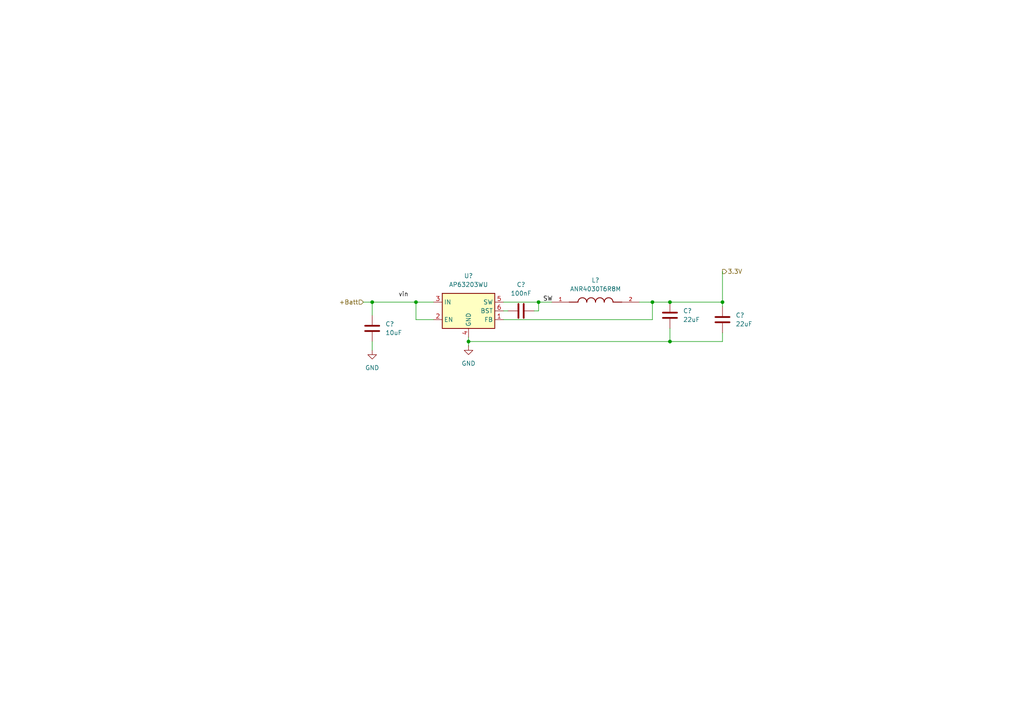
<source format=kicad_sch>
(kicad_sch
	(version 20250114)
	(generator "eeschema")
	(generator_version "9.0")
	(uuid "11ac1136-39fa-444b-98f1-f06ab7d10a44")
	(paper "A4")
	(lib_symbols
		(symbol "NR6028T4R7M:NR6028T4R7M"
			(pin_names
				(offset 1.016)
			)
			(exclude_from_sim no)
			(in_bom yes)
			(on_board yes)
			(property "Reference" "L"
				(at -5.08 2.54 0)
				(effects
					(font
						(size 1.27 1.27)
					)
					(justify left bottom)
				)
			)
			(property "Value" "NR6028T4R7M"
				(at -5.08 -2.54 0)
				(effects
					(font
						(size 1.27 1.27)
					)
					(justify left bottom)
				)
			)
			(property "Footprint" "NR6028T4R7M:IND_NR6028T4R7M"
				(at 0 0 0)
				(effects
					(font
						(size 1.27 1.27)
					)
					(justify bottom)
					(hide yes)
				)
			)
			(property "Datasheet" ""
				(at 0 0 0)
				(effects
					(font
						(size 1.27 1.27)
					)
					(hide yes)
				)
			)
			(property "Description" ""
				(at 0 0 0)
				(effects
					(font
						(size 1.27 1.27)
					)
					(hide yes)
				)
			)
			(property "MF" "Taiyo Yuden"
				(at 0 0 0)
				(effects
					(font
						(size 1.27 1.27)
					)
					(justify bottom)
					(hide yes)
				)
			)
			(property "Description_1" "4.7 µH Semi-Shielded Drum Core, Wirewound Inductor 3 A 40.3mOhm Max Nonstandard"
				(at 0 0 0)
				(effects
					(font
						(size 1.27 1.27)
					)
					(justify bottom)
					(hide yes)
				)
			)
			(property "Package" "Nonstandard Taiyo Yuden"
				(at 0 0 0)
				(effects
					(font
						(size 1.27 1.27)
					)
					(justify bottom)
					(hide yes)
				)
			)
			(property "Price" "None"
				(at 0 0 0)
				(effects
					(font
						(size 1.27 1.27)
					)
					(justify bottom)
					(hide yes)
				)
			)
			(property "Check_prices" "https://www.snapeda.com/parts/NR6028T4R7M/Taiyo+Yuden/view-part/?ref=eda"
				(at 0 0 0)
				(effects
					(font
						(size 1.27 1.27)
					)
					(justify bottom)
					(hide yes)
				)
			)
			(property "STANDARD" "Manufacturer Recommendation"
				(at 0 0 0)
				(effects
					(font
						(size 1.27 1.27)
					)
					(justify bottom)
					(hide yes)
				)
			)
			(property "SnapEDA_Link" "https://www.snapeda.com/parts/NR6028T4R7M/Taiyo+Yuden/view-part/?ref=snap"
				(at 0 0 0)
				(effects
					(font
						(size 1.27 1.27)
					)
					(justify bottom)
					(hide yes)
				)
			)
			(property "MP" "NR6028T4R7M"
				(at 0 0 0)
				(effects
					(font
						(size 1.27 1.27)
					)
					(justify bottom)
					(hide yes)
				)
			)
			(property "Availability" "In Stock"
				(at 0 0 0)
				(effects
					(font
						(size 1.27 1.27)
					)
					(justify bottom)
					(hide yes)
				)
			)
			(property "MANUFACTURER" "Taiyo Yuden"
				(at 0 0 0)
				(effects
					(font
						(size 1.27 1.27)
					)
					(justify bottom)
					(hide yes)
				)
			)
			(symbol "NR6028T4R7M_0_0"
				(polyline
					(pts
						(xy -5.08 0) (xy -7.62 0)
					)
					(stroke
						(width 0.254)
						(type default)
					)
					(fill
						(type none)
					)
				)
				(arc
					(start -5.08 0)
					(mid -3.81 1.2645)
					(end -2.54 0)
					(stroke
						(width 0.254)
						(type default)
					)
					(fill
						(type none)
					)
				)
				(arc
					(start -2.54 0)
					(mid -1.27 1.2645)
					(end 0 0)
					(stroke
						(width 0.254)
						(type default)
					)
					(fill
						(type none)
					)
				)
				(arc
					(start 0 0)
					(mid 1.27 1.2645)
					(end 2.54 0)
					(stroke
						(width 0.254)
						(type default)
					)
					(fill
						(type none)
					)
				)
				(arc
					(start 2.54 0)
					(mid 3.81 1.2645)
					(end 5.08 0)
					(stroke
						(width 0.254)
						(type default)
					)
					(fill
						(type none)
					)
				)
				(polyline
					(pts
						(xy 5.08 0) (xy 7.62 0)
					)
					(stroke
						(width 0.254)
						(type default)
					)
					(fill
						(type none)
					)
				)
				(pin passive line
					(at -12.7 0 0)
					(length 5.08)
					(name "~"
						(effects
							(font
								(size 1.016 1.016)
							)
						)
					)
					(number "1"
						(effects
							(font
								(size 1.016 1.016)
							)
						)
					)
				)
				(pin passive line
					(at 12.7 0 180)
					(length 5.08)
					(name "~"
						(effects
							(font
								(size 1.016 1.016)
							)
						)
					)
					(number "2"
						(effects
							(font
								(size 1.016 1.016)
							)
						)
					)
				)
			)
			(embedded_fonts no)
		)
		(symbol "PCM_Capacitor_AKL:C_0603"
			(pin_numbers
				(hide yes)
			)
			(pin_names
				(offset 0.254)
			)
			(exclude_from_sim no)
			(in_bom yes)
			(on_board yes)
			(property "Reference" "C"
				(at 0.635 2.54 0)
				(effects
					(font
						(size 1.27 1.27)
					)
					(justify left)
				)
			)
			(property "Value" "C_0603"
				(at 0.635 -2.54 0)
				(effects
					(font
						(size 1.27 1.27)
					)
					(justify left)
				)
			)
			(property "Footprint" "PCM_Capacitor_SMD_AKL:C_0603_1608Metric"
				(at 0.9652 -3.81 0)
				(effects
					(font
						(size 1.27 1.27)
					)
					(hide yes)
				)
			)
			(property "Datasheet" "~"
				(at 0 0 0)
				(effects
					(font
						(size 1.27 1.27)
					)
					(hide yes)
				)
			)
			(property "Description" "SMD 0603 MLCC capacitor, Alternate KiCad Library"
				(at 0 0 0)
				(effects
					(font
						(size 1.27 1.27)
					)
					(hide yes)
				)
			)
			(property "ki_keywords" "cap capacitor ceramic chip mlcc smd 0603"
				(at 0 0 0)
				(effects
					(font
						(size 1.27 1.27)
					)
					(hide yes)
				)
			)
			(property "ki_fp_filters" "C_*"
				(at 0 0 0)
				(effects
					(font
						(size 1.27 1.27)
					)
					(hide yes)
				)
			)
			(symbol "C_0603_0_1"
				(polyline
					(pts
						(xy -2.032 0.762) (xy 2.032 0.762)
					)
					(stroke
						(width 0.508)
						(type default)
					)
					(fill
						(type none)
					)
				)
				(polyline
					(pts
						(xy -2.032 -0.762) (xy 2.032 -0.762)
					)
					(stroke
						(width 0.508)
						(type default)
					)
					(fill
						(type none)
					)
				)
			)
			(symbol "C_0603_0_2"
				(polyline
					(pts
						(xy -2.54 -2.54) (xy -0.381 -0.381)
					)
					(stroke
						(width 0)
						(type default)
					)
					(fill
						(type none)
					)
				)
				(polyline
					(pts
						(xy -0.508 -0.508) (xy -1.651 0.635)
					)
					(stroke
						(width 0.508)
						(type default)
					)
					(fill
						(type none)
					)
				)
				(polyline
					(pts
						(xy -0.508 -0.508) (xy 0.635 -1.651)
					)
					(stroke
						(width 0.508)
						(type default)
					)
					(fill
						(type none)
					)
				)
				(polyline
					(pts
						(xy 0.381 0.381) (xy 2.54 2.54)
					)
					(stroke
						(width 0)
						(type default)
					)
					(fill
						(type none)
					)
				)
				(polyline
					(pts
						(xy 0.508 0.508) (xy -0.635 1.651)
					)
					(stroke
						(width 0.508)
						(type default)
					)
					(fill
						(type none)
					)
				)
				(polyline
					(pts
						(xy 0.508 0.508) (xy 1.651 -0.635)
					)
					(stroke
						(width 0.508)
						(type default)
					)
					(fill
						(type none)
					)
				)
			)
			(symbol "C_0603_1_1"
				(pin passive line
					(at 0 3.81 270)
					(length 2.794)
					(name "~"
						(effects
							(font
								(size 1.27 1.27)
							)
						)
					)
					(number "1"
						(effects
							(font
								(size 1.27 1.27)
							)
						)
					)
				)
				(pin passive line
					(at 0 -3.81 90)
					(length 2.794)
					(name "~"
						(effects
							(font
								(size 1.27 1.27)
							)
						)
					)
					(number "2"
						(effects
							(font
								(size 1.27 1.27)
							)
						)
					)
				)
			)
			(symbol "C_0603_1_2"
				(pin passive line
					(at -2.54 -2.54 90)
					(length 0)
					(name "~"
						(effects
							(font
								(size 1.27 1.27)
							)
						)
					)
					(number "2"
						(effects
							(font
								(size 1.27 1.27)
							)
						)
					)
				)
				(pin passive line
					(at 2.54 2.54 270)
					(length 0)
					(name "~"
						(effects
							(font
								(size 1.27 1.27)
							)
						)
					)
					(number "1"
						(effects
							(font
								(size 1.27 1.27)
							)
						)
					)
				)
			)
			(embedded_fonts no)
		)
		(symbol "Regulator_Switching:AP63203WU"
			(exclude_from_sim no)
			(in_bom yes)
			(on_board yes)
			(property "Reference" "U"
				(at -7.62 6.35 0)
				(effects
					(font
						(size 1.27 1.27)
					)
				)
			)
			(property "Value" "AP63203WU"
				(at 2.54 6.35 0)
				(effects
					(font
						(size 1.27 1.27)
					)
				)
			)
			(property "Footprint" "Package_TO_SOT_SMD:TSOT-23-6"
				(at 0 -22.86 0)
				(effects
					(font
						(size 1.27 1.27)
					)
					(hide yes)
				)
			)
			(property "Datasheet" "https://www.diodes.com/assets/Datasheets/AP63200-AP63201-AP63203-AP63205.pdf"
				(at 0 0 0)
				(effects
					(font
						(size 1.27 1.27)
					)
					(hide yes)
				)
			)
			(property "Description" "2A, 1.1MHz Buck DC/DC Converter, fixed 3.3V output voltage, TSOT-23-6"
				(at 0 0 0)
				(effects
					(font
						(size 1.27 1.27)
					)
					(hide yes)
				)
			)
			(property "ki_keywords" "2A Buck DC/DC"
				(at 0 0 0)
				(effects
					(font
						(size 1.27 1.27)
					)
					(hide yes)
				)
			)
			(property "ki_fp_filters" "TSOT?23*"
				(at 0 0 0)
				(effects
					(font
						(size 1.27 1.27)
					)
					(hide yes)
				)
			)
			(symbol "AP63203WU_0_1"
				(rectangle
					(start -7.62 5.08)
					(end 7.62 -5.08)
					(stroke
						(width 0.254)
						(type default)
					)
					(fill
						(type background)
					)
				)
			)
			(symbol "AP63203WU_1_1"
				(pin power_in line
					(at -10.16 2.54 0)
					(length 2.54)
					(name "IN"
						(effects
							(font
								(size 1.27 1.27)
							)
						)
					)
					(number "3"
						(effects
							(font
								(size 1.27 1.27)
							)
						)
					)
				)
				(pin input line
					(at -10.16 -2.54 0)
					(length 2.54)
					(name "EN"
						(effects
							(font
								(size 1.27 1.27)
							)
						)
					)
					(number "2"
						(effects
							(font
								(size 1.27 1.27)
							)
						)
					)
				)
				(pin power_in line
					(at 0 -7.62 90)
					(length 2.54)
					(name "GND"
						(effects
							(font
								(size 1.27 1.27)
							)
						)
					)
					(number "4"
						(effects
							(font
								(size 1.27 1.27)
							)
						)
					)
				)
				(pin output line
					(at 10.16 2.54 180)
					(length 2.54)
					(name "SW"
						(effects
							(font
								(size 1.27 1.27)
							)
						)
					)
					(number "5"
						(effects
							(font
								(size 1.27 1.27)
							)
						)
					)
				)
				(pin passive line
					(at 10.16 0 180)
					(length 2.54)
					(name "BST"
						(effects
							(font
								(size 1.27 1.27)
							)
						)
					)
					(number "6"
						(effects
							(font
								(size 1.27 1.27)
							)
						)
					)
				)
				(pin input line
					(at 10.16 -2.54 180)
					(length 2.54)
					(name "FB"
						(effects
							(font
								(size 1.27 1.27)
							)
						)
					)
					(number "1"
						(effects
							(font
								(size 1.27 1.27)
							)
						)
					)
				)
			)
			(embedded_fonts no)
		)
		(symbol "power:GND"
			(power)
			(pin_numbers
				(hide yes)
			)
			(pin_names
				(offset 0)
				(hide yes)
			)
			(exclude_from_sim no)
			(in_bom yes)
			(on_board yes)
			(property "Reference" "#PWR"
				(at 0 -6.35 0)
				(effects
					(font
						(size 1.27 1.27)
					)
					(hide yes)
				)
			)
			(property "Value" "GND"
				(at 0 -3.81 0)
				(effects
					(font
						(size 1.27 1.27)
					)
				)
			)
			(property "Footprint" ""
				(at 0 0 0)
				(effects
					(font
						(size 1.27 1.27)
					)
					(hide yes)
				)
			)
			(property "Datasheet" ""
				(at 0 0 0)
				(effects
					(font
						(size 1.27 1.27)
					)
					(hide yes)
				)
			)
			(property "Description" "Power symbol creates a global label with name \"GND\" , ground"
				(at 0 0 0)
				(effects
					(font
						(size 1.27 1.27)
					)
					(hide yes)
				)
			)
			(property "ki_keywords" "global power"
				(at 0 0 0)
				(effects
					(font
						(size 1.27 1.27)
					)
					(hide yes)
				)
			)
			(symbol "GND_0_1"
				(polyline
					(pts
						(xy 0 0) (xy 0 -1.27) (xy 1.27 -1.27) (xy 0 -2.54) (xy -1.27 -1.27) (xy 0 -1.27)
					)
					(stroke
						(width 0)
						(type default)
					)
					(fill
						(type none)
					)
				)
			)
			(symbol "GND_1_1"
				(pin power_in line
					(at 0 0 270)
					(length 0)
					(name "~"
						(effects
							(font
								(size 1.27 1.27)
							)
						)
					)
					(number "1"
						(effects
							(font
								(size 1.27 1.27)
							)
						)
					)
				)
			)
			(embedded_fonts no)
		)
	)
	(junction
		(at 156.21 87.63)
		(diameter 0)
		(color 0 0 0 0)
		(uuid "1940a9d4-c9bf-4265-8843-4d2d281f022d")
	)
	(junction
		(at 194.31 87.63)
		(diameter 0)
		(color 0 0 0 0)
		(uuid "25e12684-f465-4ce0-8f4b-d6a1492c585d")
	)
	(junction
		(at 120.65 87.63)
		(diameter 0)
		(color 0 0 0 0)
		(uuid "456cd284-6155-420a-ab21-f9faa776eba0")
	)
	(junction
		(at 107.95 87.63)
		(diameter 0)
		(color 0 0 0 0)
		(uuid "52b4b7bc-8e4b-4a5d-afcd-b7e42d8b83c9")
	)
	(junction
		(at 194.31 99.06)
		(diameter 0)
		(color 0 0 0 0)
		(uuid "afbae8c8-e95e-4d05-bf8f-5ca79e457ee7")
	)
	(junction
		(at 209.55 87.63)
		(diameter 0)
		(color 0 0 0 0)
		(uuid "c82fbf10-3c0e-45b6-a32f-47daf4f191eb")
	)
	(junction
		(at 135.89 99.06)
		(diameter 0)
		(color 0 0 0 0)
		(uuid "c9e35a96-d346-4b6c-be60-4befae973564")
	)
	(junction
		(at 189.23 87.63)
		(diameter 0)
		(color 0 0 0 0)
		(uuid "dceffcd7-677e-4100-8fb1-5a22dd50223f")
	)
	(wire
		(pts
			(xy 156.21 90.17) (xy 156.21 87.63)
		)
		(stroke
			(width 0)
			(type default)
		)
		(uuid "06814b0b-8574-40ad-9ddd-499e9fa07f93")
	)
	(wire
		(pts
			(xy 209.55 96.52) (xy 209.55 99.06)
		)
		(stroke
			(width 0)
			(type default)
		)
		(uuid "0899108c-03ba-478a-b2f8-c04592e848bd")
	)
	(wire
		(pts
			(xy 146.05 87.63) (xy 156.21 87.63)
		)
		(stroke
			(width 0)
			(type default)
		)
		(uuid "1c487a9e-7bad-4fec-9ac2-d9f5cb5414a1")
	)
	(wire
		(pts
			(xy 189.23 92.71) (xy 189.23 87.63)
		)
		(stroke
			(width 0)
			(type default)
		)
		(uuid "202ed084-3309-4290-8747-ef769a9ac838")
	)
	(wire
		(pts
			(xy 135.89 97.79) (xy 135.89 99.06)
		)
		(stroke
			(width 0)
			(type default)
		)
		(uuid "2592b6f6-c5eb-4876-89e3-c87bf7760ef3")
	)
	(wire
		(pts
			(xy 125.73 87.63) (xy 120.65 87.63)
		)
		(stroke
			(width 0)
			(type default)
		)
		(uuid "25cccf5d-10f1-4c66-8dc8-6d96d0a1396b")
	)
	(wire
		(pts
			(xy 107.95 87.63) (xy 107.95 91.44)
		)
		(stroke
			(width 0)
			(type default)
		)
		(uuid "382347ee-4b96-44ce-9ff2-a65d403cc798")
	)
	(wire
		(pts
			(xy 209.55 87.63) (xy 194.31 87.63)
		)
		(stroke
			(width 0)
			(type default)
		)
		(uuid "3c6e9c66-f73e-4f41-ac9a-5a699bb78488")
	)
	(wire
		(pts
			(xy 194.31 95.25) (xy 194.31 99.06)
		)
		(stroke
			(width 0)
			(type default)
		)
		(uuid "54925003-9e07-413e-9f5d-809e2b042c5e")
	)
	(wire
		(pts
			(xy 146.05 90.17) (xy 147.32 90.17)
		)
		(stroke
			(width 0)
			(type default)
		)
		(uuid "5aa9f6bc-4cd4-43b4-9cd9-110824ab818f")
	)
	(wire
		(pts
			(xy 154.94 90.17) (xy 156.21 90.17)
		)
		(stroke
			(width 0)
			(type default)
		)
		(uuid "6f3b2370-e4bf-4904-b257-7c87d25f776d")
	)
	(wire
		(pts
			(xy 189.23 87.63) (xy 194.31 87.63)
		)
		(stroke
			(width 0)
			(type default)
		)
		(uuid "8a156d79-cefa-41bd-8630-7b1a8c9c684d")
	)
	(wire
		(pts
			(xy 135.89 99.06) (xy 194.31 99.06)
		)
		(stroke
			(width 0)
			(type default)
		)
		(uuid "8f16a4f2-88b5-4871-ad0b-ee52368970f0")
	)
	(wire
		(pts
			(xy 209.55 99.06) (xy 194.31 99.06)
		)
		(stroke
			(width 0)
			(type default)
		)
		(uuid "9b383b17-fa33-4bb7-94da-d9842a76060d")
	)
	(wire
		(pts
			(xy 209.55 88.9) (xy 209.55 87.63)
		)
		(stroke
			(width 0)
			(type default)
		)
		(uuid "9c126514-4870-4435-8538-8700b8d0374e")
	)
	(wire
		(pts
			(xy 105.41 87.63) (xy 107.95 87.63)
		)
		(stroke
			(width 0)
			(type default)
		)
		(uuid "a81c5452-d1c5-410a-9764-e439ffa55772")
	)
	(wire
		(pts
			(xy 120.65 87.63) (xy 107.95 87.63)
		)
		(stroke
			(width 0)
			(type default)
		)
		(uuid "b2701119-d511-490e-bb96-3cc5b879e732")
	)
	(wire
		(pts
			(xy 209.55 78.74) (xy 209.55 87.63)
		)
		(stroke
			(width 0)
			(type default)
		)
		(uuid "b993ad12-74ea-470c-bd0c-851b51052627")
	)
	(wire
		(pts
			(xy 107.95 99.06) (xy 107.95 101.6)
		)
		(stroke
			(width 0)
			(type default)
		)
		(uuid "baf21e2f-aeec-4c37-a6fb-e0d0a9fdda88")
	)
	(wire
		(pts
			(xy 120.65 92.71) (xy 120.65 87.63)
		)
		(stroke
			(width 0)
			(type default)
		)
		(uuid "c40b8898-4ab5-46af-958a-efb32f16028e")
	)
	(wire
		(pts
			(xy 185.42 87.63) (xy 189.23 87.63)
		)
		(stroke
			(width 0)
			(type default)
		)
		(uuid "c66125f6-d177-462d-b831-bb17eccfdcfb")
	)
	(wire
		(pts
			(xy 156.21 87.63) (xy 160.02 87.63)
		)
		(stroke
			(width 0)
			(type default)
		)
		(uuid "d060cdf1-dab0-4f65-ac9b-89bbe192a1fd")
	)
	(wire
		(pts
			(xy 125.73 92.71) (xy 120.65 92.71)
		)
		(stroke
			(width 0)
			(type default)
		)
		(uuid "d69d3912-cc6e-4f2a-9d4f-6e6abc4c0477")
	)
	(wire
		(pts
			(xy 135.89 99.06) (xy 135.89 100.33)
		)
		(stroke
			(width 0)
			(type default)
		)
		(uuid "d8e49b2e-e5f5-45da-9ab2-3fcc3bb7c8c4")
	)
	(wire
		(pts
			(xy 146.05 92.71) (xy 189.23 92.71)
		)
		(stroke
			(width 0)
			(type default)
		)
		(uuid "edddab09-2800-4003-9bbb-5950baa17ca5")
	)
	(label "SW"
		(at 157.48 87.63 0)
		(effects
			(font
				(size 1.27 1.27)
			)
			(justify left bottom)
		)
		(uuid "23c8a415-6a83-4b59-84b7-321b7b79c8e9")
	)
	(label "vin"
		(at 115.57 86.36 0)
		(effects
			(font
				(size 1.27 1.27)
			)
			(justify left bottom)
		)
		(uuid "265ad6b3-3f0e-4b2d-99e8-8aaa35974a86")
	)
	(hierarchical_label "3.3V"
		(shape output)
		(at 209.55 78.74 0)
		(effects
			(font
				(size 1.27 1.27)
			)
			(justify left)
		)
		(uuid "abfa58a6-4d20-4be2-b35d-65c21838d03f")
	)
	(hierarchical_label "+Batt"
		(shape input)
		(at 105.41 87.63 180)
		(effects
			(font
				(size 1.27 1.27)
			)
			(justify right)
		)
		(uuid "fbbe7315-b643-4ffb-aa93-49e8d810bb14")
	)
	(symbol
		(lib_id "power:GND")
		(at 135.89 100.33 0)
		(unit 1)
		(exclude_from_sim no)
		(in_bom yes)
		(on_board yes)
		(dnp no)
		(fields_autoplaced yes)
		(uuid "089cebc4-564c-4e78-8c72-a5d757a8fde7")
		(property "Reference" "#PWR?"
			(at 135.89 106.68 0)
			(effects
				(font
					(size 1.27 1.27)
				)
				(hide yes)
			)
		)
		(property "Value" "GND"
			(at 135.89 105.41 0)
			(effects
				(font
					(size 1.27 1.27)
				)
			)
		)
		(property "Footprint" ""
			(at 135.89 100.33 0)
			(effects
				(font
					(size 1.27 1.27)
				)
				(hide yes)
			)
		)
		(property "Datasheet" ""
			(at 135.89 100.33 0)
			(effects
				(font
					(size 1.27 1.27)
				)
				(hide yes)
			)
		)
		(property "Description" "Power symbol creates a global label with name \"GND\" , ground"
			(at 135.89 100.33 0)
			(effects
				(font
					(size 1.27 1.27)
				)
				(hide yes)
			)
		)
		(pin "1"
			(uuid "4b15f404-fab7-40d8-9bc6-e9135dd3c67a")
		)
		(instances
			(project "Entrada 3.3"
				(path "/11ac1136-39fa-444b-98f1-f06ab7d10a44"
					(reference "#PWR?")
					(unit 1)
				)
			)
			(project "PLC Input 24V"
				(path "/2ad90e94-f37f-421b-8f47-f0370d29ec03/ec8f53b3-14c1-49de-8d73-be4f1fa19fdb"
					(reference "#PWR039")
					(unit 1)
				)
			)
		)
	)
	(symbol
		(lib_id "PCM_Capacitor_AKL:C_0603")
		(at 209.55 92.71 0)
		(unit 1)
		(exclude_from_sim no)
		(in_bom yes)
		(on_board yes)
		(dnp no)
		(fields_autoplaced yes)
		(uuid "3b3dcecd-f114-4234-b3c2-0777054e3ede")
		(property "Reference" "C?"
			(at 213.36 91.4399 0)
			(effects
				(font
					(size 1.27 1.27)
				)
				(justify left)
			)
		)
		(property "Value" "22uF"
			(at 213.36 93.9799 0)
			(effects
				(font
					(size 1.27 1.27)
				)
				(justify left)
			)
		)
		(property "Footprint" "PCM_Capacitor_SMD_AKL:C_1206_3216Metric"
			(at 210.5152 96.52 0)
			(effects
				(font
					(size 1.27 1.27)
				)
				(hide yes)
			)
		)
		(property "Datasheet" "~"
			(at 209.55 92.71 0)
			(effects
				(font
					(size 1.27 1.27)
				)
				(hide yes)
			)
		)
		(property "Description" "SMD 0603 MLCC capacitor, Alternate KiCad Library"
			(at 209.55 92.71 0)
			(effects
				(font
					(size 1.27 1.27)
				)
				(hide yes)
			)
		)
		(property "Voltaje " "10V"
			(at 209.55 92.71 0)
			(effects
				(font
					(size 1.27 1.27)
				)
				(hide yes)
			)
		)
		(property "LCSC" "C7472972"
			(at 209.55 92.71 0)
			(effects
				(font
					(size 1.27 1.27)
				)
				(hide yes)
			)
		)
		(pin "1"
			(uuid "303ad612-0a0a-4138-8ea1-d1a976c790fa")
		)
		(pin "2"
			(uuid "7389f2f9-bed3-4c63-b83b-95abce275391")
		)
		(instances
			(project "Entrada 3.3"
				(path "/11ac1136-39fa-444b-98f1-f06ab7d10a44"
					(reference "C?")
					(unit 1)
				)
			)
			(project "PLC Input 24V"
				(path "/2ad90e94-f37f-421b-8f47-f0370d29ec03/ec8f53b3-14c1-49de-8d73-be4f1fa19fdb"
					(reference "C25")
					(unit 1)
				)
			)
		)
	)
	(symbol
		(lib_id "PCM_Capacitor_AKL:C_0603")
		(at 194.31 91.44 0)
		(unit 1)
		(exclude_from_sim no)
		(in_bom yes)
		(on_board yes)
		(dnp no)
		(uuid "3ff61152-cd3e-44ae-bcd0-c2924c7d22b5")
		(property "Reference" "C?"
			(at 198.12 90.1699 0)
			(effects
				(font
					(size 1.27 1.27)
				)
				(justify left)
			)
		)
		(property "Value" "22uF"
			(at 198.12 92.7099 0)
			(effects
				(font
					(size 1.27 1.27)
				)
				(justify left)
			)
		)
		(property "Footprint" "PCM_Capacitor_SMD_AKL:C_1206_3216Metric"
			(at 195.2752 95.25 0)
			(effects
				(font
					(size 1.27 1.27)
				)
				(hide yes)
			)
		)
		(property "Datasheet" "~"
			(at 194.31 91.44 0)
			(effects
				(font
					(size 1.27 1.27)
				)
				(hide yes)
			)
		)
		(property "Description" "SMD 0603 MLCC capacitor, Alternate KiCad Library"
			(at 194.31 91.44 0)
			(effects
				(font
					(size 1.27 1.27)
				)
				(hide yes)
			)
		)
		(property "Field5" ""
			(at 194.31 91.44 0)
			(effects
				(font
					(size 1.27 1.27)
				)
				(hide yes)
			)
		)
		(property "Voltaje" "16V"
			(at 194.31 91.44 0)
			(effects
				(font
					(size 1.27 1.27)
				)
				(hide yes)
			)
		)
		(property "LCSC" "C7472972"
			(at 194.31 91.44 0)
			(effects
				(font
					(size 1.27 1.27)
				)
				(hide yes)
			)
		)
		(pin "1"
			(uuid "e6764878-bb31-4af4-b9ac-9c921038678b")
		)
		(pin "2"
			(uuid "162abbeb-6f72-4c26-9286-6afc956d061f")
		)
		(instances
			(project "Entrada 3.3"
				(path "/11ac1136-39fa-444b-98f1-f06ab7d10a44"
					(reference "C?")
					(unit 1)
				)
			)
			(project "PLC Input 24V"
				(path "/2ad90e94-f37f-421b-8f47-f0370d29ec03/ec8f53b3-14c1-49de-8d73-be4f1fa19fdb"
					(reference "C24")
					(unit 1)
				)
			)
		)
	)
	(symbol
		(lib_id "NR6028T4R7M:NR6028T4R7M")
		(at 172.72 87.63 0)
		(unit 1)
		(exclude_from_sim no)
		(in_bom yes)
		(on_board yes)
		(dnp no)
		(fields_autoplaced yes)
		(uuid "656a6ba2-44ff-4d3f-93fc-72a6205de4ae")
		(property "Reference" "L?"
			(at 172.72 81.28 0)
			(effects
				(font
					(size 1.27 1.27)
				)
			)
		)
		(property "Value" "ANR4030T6R8M"
			(at 172.72 83.82 0)
			(effects
				(font
					(size 1.27 1.27)
				)
			)
		)
		(property "Footprint" "Inductor_SMD:L_APV_ANR4030"
			(at 172.72 87.63 0)
			(effects
				(font
					(size 1.27 1.27)
				)
				(justify bottom)
				(hide yes)
			)
		)
		(property "Datasheet" ""
			(at 172.72 87.63 0)
			(effects
				(font
					(size 1.27 1.27)
				)
				(hide yes)
			)
		)
		(property "Description" ""
			(at 172.72 87.63 0)
			(effects
				(font
					(size 1.27 1.27)
				)
				(hide yes)
			)
		)
		(property "MF" "Taiyo Yuden"
			(at 172.72 87.63 0)
			(effects
				(font
					(size 1.27 1.27)
				)
				(justify bottom)
				(hide yes)
			)
		)
		(property "Description_1" "4.7 µH Semi-Shielded Drum Core, Wirewound Inductor 3 A 40.3mOhm Max Nonstandard"
			(at 172.72 87.63 0)
			(effects
				(font
					(size 1.27 1.27)
				)
				(justify bottom)
				(hide yes)
			)
		)
		(property "Package" "Nonstandard Taiyo Yuden"
			(at 172.72 87.63 0)
			(effects
				(font
					(size 1.27 1.27)
				)
				(justify bottom)
				(hide yes)
			)
		)
		(property "Price" "None"
			(at 172.72 87.63 0)
			(effects
				(font
					(size 1.27 1.27)
				)
				(justify bottom)
				(hide yes)
			)
		)
		(property "Check_prices" "https://www.snapeda.com/parts/NR6028T4R7M/Taiyo+Yuden/view-part/?ref=eda"
			(at 172.72 87.63 0)
			(effects
				(font
					(size 1.27 1.27)
				)
				(justify bottom)
				(hide yes)
			)
		)
		(property "STANDARD" "Manufacturer Recommendation"
			(at 172.72 87.63 0)
			(effects
				(font
					(size 1.27 1.27)
				)
				(justify bottom)
				(hide yes)
			)
		)
		(property "SnapEDA_Link" "https://www.snapeda.com/parts/NR6028T4R7M/Taiyo+Yuden/view-part/?ref=snap"
			(at 172.72 87.63 0)
			(effects
				(font
					(size 1.27 1.27)
				)
				(justify bottom)
				(hide yes)
			)
		)
		(property "MP" "NR6028T4R7M"
			(at 172.72 87.63 0)
			(effects
				(font
					(size 1.27 1.27)
				)
				(justify bottom)
				(hide yes)
			)
		)
		(property "Availability" "In Stock"
			(at 172.72 87.63 0)
			(effects
				(font
					(size 1.27 1.27)
				)
				(justify bottom)
				(hide yes)
			)
		)
		(property "MANUFACTURER" "Taiyo Yuden"
			(at 172.72 87.63 0)
			(effects
				(font
					(size 1.27 1.27)
				)
				(justify bottom)
				(hide yes)
			)
		)
		(property "LCSC" "C77758"
			(at 172.72 87.63 0)
			(effects
				(font
					(size 1.27 1.27)
				)
				(hide yes)
			)
		)
		(pin "1"
			(uuid "e614d0cc-303b-451e-a0a8-30d448032a46")
		)
		(pin "2"
			(uuid "6d2b20a3-e447-46a9-86cb-d730f0333b28")
		)
		(instances
			(project "Entrada 3.3"
				(path "/11ac1136-39fa-444b-98f1-f06ab7d10a44"
					(reference "L?")
					(unit 1)
				)
			)
			(project "PLC Input 24V"
				(path "/2ad90e94-f37f-421b-8f47-f0370d29ec03/ec8f53b3-14c1-49de-8d73-be4f1fa19fdb"
					(reference "L5")
					(unit 1)
				)
			)
		)
	)
	(symbol
		(lib_id "PCM_Capacitor_AKL:C_0603")
		(at 151.13 90.17 90)
		(unit 1)
		(exclude_from_sim no)
		(in_bom yes)
		(on_board yes)
		(dnp no)
		(fields_autoplaced yes)
		(uuid "7cc383b1-2b74-4789-8544-d273b8143609")
		(property "Reference" "C?"
			(at 151.13 82.55 90)
			(effects
				(font
					(size 1.27 1.27)
				)
			)
		)
		(property "Value" "100nF"
			(at 151.13 85.09 90)
			(effects
				(font
					(size 1.27 1.27)
				)
			)
		)
		(property "Footprint" "PCM_Capacitor_SMD_AKL:C_0805_2012Metric"
			(at 154.94 89.2048 0)
			(effects
				(font
					(size 1.27 1.27)
				)
				(hide yes)
			)
		)
		(property "Datasheet" "~"
			(at 151.13 90.17 0)
			(effects
				(font
					(size 1.27 1.27)
				)
				(hide yes)
			)
		)
		(property "Description" "SMD 0603 MLCC capacitor, Alternate KiCad Library"
			(at 151.13 90.17 0)
			(effects
				(font
					(size 1.27 1.27)
				)
				(hide yes)
			)
		)
		(property "10V" ""
			(at 151.13 90.17 90)
			(effects
				(font
					(size 1.27 1.27)
				)
				(hide yes)
			)
		)
		(property "LCSC" "C519980"
			(at 151.13 90.17 90)
			(effects
				(font
					(size 1.27 1.27)
				)
				(hide yes)
			)
		)
		(pin "1"
			(uuid "e7e107b5-16e4-490f-9844-96b81f36a667")
		)
		(pin "2"
			(uuid "d3fb6d37-2908-4e3d-b11e-fd802e9f277d")
		)
		(instances
			(project "Entrada 3.3"
				(path "/11ac1136-39fa-444b-98f1-f06ab7d10a44"
					(reference "C?")
					(unit 1)
				)
			)
			(project "PLC Input 24V"
				(path "/2ad90e94-f37f-421b-8f47-f0370d29ec03/ec8f53b3-14c1-49de-8d73-be4f1fa19fdb"
					(reference "C23")
					(unit 1)
				)
			)
		)
	)
	(symbol
		(lib_id "power:GND")
		(at 107.95 101.6 0)
		(unit 1)
		(exclude_from_sim no)
		(in_bom yes)
		(on_board yes)
		(dnp no)
		(fields_autoplaced yes)
		(uuid "7f5e72d8-b134-4b7f-9684-51ef929a4e98")
		(property "Reference" "#PWR?"
			(at 107.95 107.95 0)
			(effects
				(font
					(size 1.27 1.27)
				)
				(hide yes)
			)
		)
		(property "Value" "GND"
			(at 107.95 106.68 0)
			(effects
				(font
					(size 1.27 1.27)
				)
			)
		)
		(property "Footprint" ""
			(at 107.95 101.6 0)
			(effects
				(font
					(size 1.27 1.27)
				)
				(hide yes)
			)
		)
		(property "Datasheet" ""
			(at 107.95 101.6 0)
			(effects
				(font
					(size 1.27 1.27)
				)
				(hide yes)
			)
		)
		(property "Description" "Power symbol creates a global label with name \"GND\" , ground"
			(at 107.95 101.6 0)
			(effects
				(font
					(size 1.27 1.27)
				)
				(hide yes)
			)
		)
		(pin "1"
			(uuid "825b1cc0-4f50-4698-9d6e-504417b9cf16")
		)
		(instances
			(project "Entrada 3.3"
				(path "/11ac1136-39fa-444b-98f1-f06ab7d10a44"
					(reference "#PWR?")
					(unit 1)
				)
			)
			(project "PLC Input 24V"
				(path "/2ad90e94-f37f-421b-8f47-f0370d29ec03/ec8f53b3-14c1-49de-8d73-be4f1fa19fdb"
					(reference "#PWR038")
					(unit 1)
				)
			)
		)
	)
	(symbol
		(lib_id "Regulator_Switching:AP63203WU")
		(at 135.89 90.17 0)
		(unit 1)
		(exclude_from_sim no)
		(in_bom yes)
		(on_board yes)
		(dnp no)
		(fields_autoplaced yes)
		(uuid "a91c3d8d-0077-44aa-83e1-509642055649")
		(property "Reference" "U?"
			(at 135.89 80.01 0)
			(effects
				(font
					(size 1.27 1.27)
				)
			)
		)
		(property "Value" "AP63203WU"
			(at 135.89 82.55 0)
			(effects
				(font
					(size 1.27 1.27)
				)
			)
		)
		(property "Footprint" "Package_TO_SOT_SMD:TSOT-23-6"
			(at 135.89 113.03 0)
			(effects
				(font
					(size 1.27 1.27)
				)
				(hide yes)
			)
		)
		(property "Datasheet" "https://www.diodes.com/assets/Datasheets/AP63200-AP63201-AP63203-AP63205.pdf"
			(at 135.89 90.17 0)
			(effects
				(font
					(size 1.27 1.27)
				)
				(hide yes)
			)
		)
		(property "Description" "2A, 1.1MHz Buck DC/DC Converter, fixed 3.3V output voltage, TSOT-23-6"
			(at 135.89 90.17 0)
			(effects
				(font
					(size 1.27 1.27)
				)
				(hide yes)
			)
		)
		(pin "1"
			(uuid "fd4653b3-ad32-4b82-874d-d2be2b70c66a")
		)
		(pin "2"
			(uuid "bfe4a7b9-a034-42e8-bb80-d445939cf058")
		)
		(pin "4"
			(uuid "5bfabfd0-3d07-4941-ad7b-b0f823d6b6c7")
		)
		(pin "5"
			(uuid "9fcbf20c-0410-443c-81ff-cb53a88c027d")
		)
		(pin "3"
			(uuid "a84e4d97-944d-42fc-a056-098c90e9c03e")
		)
		(pin "6"
			(uuid "0165d8be-2727-48c7-9a32-d03ec693bc45")
		)
		(instances
			(project "Entrada 3.3"
				(path "/11ac1136-39fa-444b-98f1-f06ab7d10a44"
					(reference "U?")
					(unit 1)
				)
			)
			(project "PLC Input 24V"
				(path "/2ad90e94-f37f-421b-8f47-f0370d29ec03/ec8f53b3-14c1-49de-8d73-be4f1fa19fdb"
					(reference "U3")
					(unit 1)
				)
			)
		)
	)
	(symbol
		(lib_id "PCM_Capacitor_AKL:C_0603")
		(at 107.95 95.25 0)
		(unit 1)
		(exclude_from_sim no)
		(in_bom yes)
		(on_board yes)
		(dnp no)
		(fields_autoplaced yes)
		(uuid "cd8877c3-cbdd-4e00-baca-d1821a6516d2")
		(property "Reference" "C?"
			(at 111.76 93.9799 0)
			(effects
				(font
					(size 1.27 1.27)
				)
				(justify left)
			)
		)
		(property "Value" "10uF"
			(at 111.76 96.5199 0)
			(effects
				(font
					(size 1.27 1.27)
				)
				(justify left)
			)
		)
		(property "Footprint" "PCM_Capacitor_SMD_AKL:C_1206_3216Metric"
			(at 108.9152 99.06 0)
			(effects
				(font
					(size 1.27 1.27)
				)
				(hide yes)
			)
		)
		(property "Datasheet" "~"
			(at 107.95 95.25 0)
			(effects
				(font
					(size 1.27 1.27)
				)
				(hide yes)
			)
		)
		(property "Description" "SMD 0603 MLCC capacitor, Alternate KiCad Library"
			(at 107.95 95.25 0)
			(effects
				(font
					(size 1.27 1.27)
				)
				(hide yes)
			)
		)
		(property "LCSC" "C89632"
			(at 107.95 95.25 0)
			(effects
				(font
					(size 1.27 1.27)
				)
				(hide yes)
			)
		)
		(pin "1"
			(uuid "6722291e-00dc-4df2-9ebc-61a924e7f34f")
		)
		(pin "2"
			(uuid "dd058243-f0d1-441f-8c17-b667cd2dffbd")
		)
		(instances
			(project "Entrada 3.3"
				(path "/11ac1136-39fa-444b-98f1-f06ab7d10a44"
					(reference "C?")
					(unit 1)
				)
			)
			(project "PLC Input 24V"
				(path "/2ad90e94-f37f-421b-8f47-f0370d29ec03/ec8f53b3-14c1-49de-8d73-be4f1fa19fdb"
					(reference "C22")
					(unit 1)
				)
			)
		)
	)
	(sheet_instances
		(path "/"
			(page "1")
		)
	)
	(embedded_fonts no)
)

</source>
